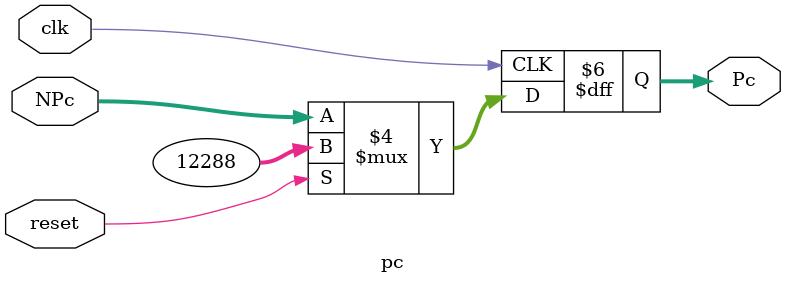
<source format=v>
`timescale 1ns / 1ps
module pc(
    input [31:0] NPc,
    input clk,
    input reset,
    output reg [31:0] Pc
    );
	initial
		begin
			Pc = 32'h0000_3000;	
		end
	always@(posedge clk)
		begin
			if(reset) Pc = 32'h0000_3000;
			else Pc = NPc;
		end

endmodule

</source>
